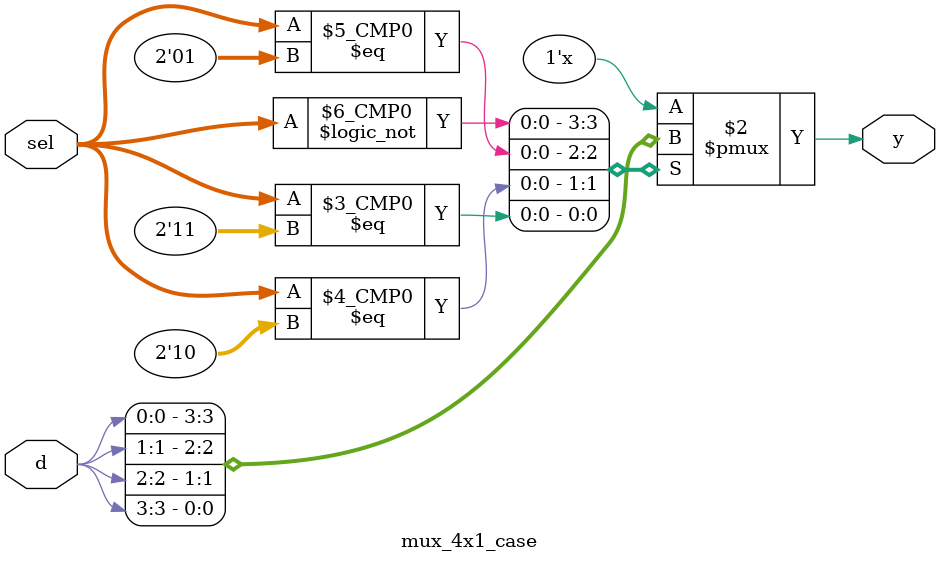
<source format=v>
module mux_4x1_case(
input [3:0] d ,
input [1:0] sel ,
output reg y
);

	always @(*) begin
	   case(sel)
		2'b00: y=d[0];
		2'b01: y=d[1];
		2'b10: y=d[2];
		2'b11: y=d[3];
		default: y=1'b0;
	   endcase
	end
endmodule

</source>
